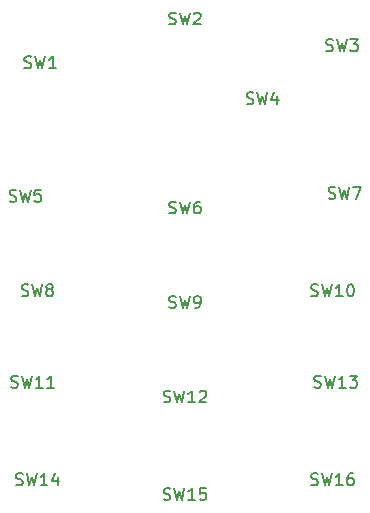
<source format=gto>
%TF.GenerationSoftware,KiCad,Pcbnew,(5.1.9)-1*%
%TF.CreationDate,2021-01-14T19:29:22+00:00*%
%TF.ProjectId,Nokia_3310_Controller,4e6f6b69-615f-4333-9331-305f436f6e74,rev?*%
%TF.SameCoordinates,Original*%
%TF.FileFunction,Legend,Top*%
%TF.FilePolarity,Positive*%
%FSLAX46Y46*%
G04 Gerber Fmt 4.6, Leading zero omitted, Abs format (unit mm)*
G04 Created by KiCad (PCBNEW (5.1.9)-1) date 2021-01-14 19:29:22*
%MOMM*%
%LPD*%
G01*
G04 APERTURE LIST*
%ADD10C,0.150000*%
G04 APERTURE END LIST*
%TO.C,SW10*%
D10*
X166190476Y-137404761D02*
X166333333Y-137452380D01*
X166571428Y-137452380D01*
X166666666Y-137404761D01*
X166714285Y-137357142D01*
X166761904Y-137261904D01*
X166761904Y-137166666D01*
X166714285Y-137071428D01*
X166666666Y-137023809D01*
X166571428Y-136976190D01*
X166380952Y-136928571D01*
X166285714Y-136880952D01*
X166238095Y-136833333D01*
X166190476Y-136738095D01*
X166190476Y-136642857D01*
X166238095Y-136547619D01*
X166285714Y-136500000D01*
X166380952Y-136452380D01*
X166619047Y-136452380D01*
X166761904Y-136500000D01*
X167095238Y-136452380D02*
X167333333Y-137452380D01*
X167523809Y-136738095D01*
X167714285Y-137452380D01*
X167952380Y-136452380D01*
X168857142Y-137452380D02*
X168285714Y-137452380D01*
X168571428Y-137452380D02*
X168571428Y-136452380D01*
X168476190Y-136595238D01*
X168380952Y-136690476D01*
X168285714Y-136738095D01*
X169476190Y-136452380D02*
X169571428Y-136452380D01*
X169666666Y-136500000D01*
X169714285Y-136547619D01*
X169761904Y-136642857D01*
X169809523Y-136833333D01*
X169809523Y-137071428D01*
X169761904Y-137261904D01*
X169714285Y-137357142D01*
X169666666Y-137404761D01*
X169571428Y-137452380D01*
X169476190Y-137452380D01*
X169380952Y-137404761D01*
X169333333Y-137357142D01*
X169285714Y-137261904D01*
X169238095Y-137071428D01*
X169238095Y-136833333D01*
X169285714Y-136642857D01*
X169333333Y-136547619D01*
X169380952Y-136500000D01*
X169476190Y-136452380D01*
%TO.C,SW1*%
X141916666Y-118104761D02*
X142059523Y-118152380D01*
X142297619Y-118152380D01*
X142392857Y-118104761D01*
X142440476Y-118057142D01*
X142488095Y-117961904D01*
X142488095Y-117866666D01*
X142440476Y-117771428D01*
X142392857Y-117723809D01*
X142297619Y-117676190D01*
X142107142Y-117628571D01*
X142011904Y-117580952D01*
X141964285Y-117533333D01*
X141916666Y-117438095D01*
X141916666Y-117342857D01*
X141964285Y-117247619D01*
X142011904Y-117200000D01*
X142107142Y-117152380D01*
X142345238Y-117152380D01*
X142488095Y-117200000D01*
X142821428Y-117152380D02*
X143059523Y-118152380D01*
X143250000Y-117438095D01*
X143440476Y-118152380D01*
X143678571Y-117152380D01*
X144583333Y-118152380D02*
X144011904Y-118152380D01*
X144297619Y-118152380D02*
X144297619Y-117152380D01*
X144202380Y-117295238D01*
X144107142Y-117390476D01*
X144011904Y-117438095D01*
%TO.C,SW2*%
X154166666Y-114404761D02*
X154309523Y-114452380D01*
X154547619Y-114452380D01*
X154642857Y-114404761D01*
X154690476Y-114357142D01*
X154738095Y-114261904D01*
X154738095Y-114166666D01*
X154690476Y-114071428D01*
X154642857Y-114023809D01*
X154547619Y-113976190D01*
X154357142Y-113928571D01*
X154261904Y-113880952D01*
X154214285Y-113833333D01*
X154166666Y-113738095D01*
X154166666Y-113642857D01*
X154214285Y-113547619D01*
X154261904Y-113500000D01*
X154357142Y-113452380D01*
X154595238Y-113452380D01*
X154738095Y-113500000D01*
X155071428Y-113452380D02*
X155309523Y-114452380D01*
X155500000Y-113738095D01*
X155690476Y-114452380D01*
X155928571Y-113452380D01*
X156261904Y-113547619D02*
X156309523Y-113500000D01*
X156404761Y-113452380D01*
X156642857Y-113452380D01*
X156738095Y-113500000D01*
X156785714Y-113547619D01*
X156833333Y-113642857D01*
X156833333Y-113738095D01*
X156785714Y-113880952D01*
X156214285Y-114452380D01*
X156833333Y-114452380D01*
%TO.C,SW3*%
X167466666Y-116654761D02*
X167609523Y-116702380D01*
X167847619Y-116702380D01*
X167942857Y-116654761D01*
X167990476Y-116607142D01*
X168038095Y-116511904D01*
X168038095Y-116416666D01*
X167990476Y-116321428D01*
X167942857Y-116273809D01*
X167847619Y-116226190D01*
X167657142Y-116178571D01*
X167561904Y-116130952D01*
X167514285Y-116083333D01*
X167466666Y-115988095D01*
X167466666Y-115892857D01*
X167514285Y-115797619D01*
X167561904Y-115750000D01*
X167657142Y-115702380D01*
X167895238Y-115702380D01*
X168038095Y-115750000D01*
X168371428Y-115702380D02*
X168609523Y-116702380D01*
X168800000Y-115988095D01*
X168990476Y-116702380D01*
X169228571Y-115702380D01*
X169514285Y-115702380D02*
X170133333Y-115702380D01*
X169800000Y-116083333D01*
X169942857Y-116083333D01*
X170038095Y-116130952D01*
X170085714Y-116178571D01*
X170133333Y-116273809D01*
X170133333Y-116511904D01*
X170085714Y-116607142D01*
X170038095Y-116654761D01*
X169942857Y-116702380D01*
X169657142Y-116702380D01*
X169561904Y-116654761D01*
X169514285Y-116607142D01*
%TO.C,SW4*%
X160716666Y-121154761D02*
X160859523Y-121202380D01*
X161097619Y-121202380D01*
X161192857Y-121154761D01*
X161240476Y-121107142D01*
X161288095Y-121011904D01*
X161288095Y-120916666D01*
X161240476Y-120821428D01*
X161192857Y-120773809D01*
X161097619Y-120726190D01*
X160907142Y-120678571D01*
X160811904Y-120630952D01*
X160764285Y-120583333D01*
X160716666Y-120488095D01*
X160716666Y-120392857D01*
X160764285Y-120297619D01*
X160811904Y-120250000D01*
X160907142Y-120202380D01*
X161145238Y-120202380D01*
X161288095Y-120250000D01*
X161621428Y-120202380D02*
X161859523Y-121202380D01*
X162050000Y-120488095D01*
X162240476Y-121202380D01*
X162478571Y-120202380D01*
X163288095Y-120535714D02*
X163288095Y-121202380D01*
X163050000Y-120154761D02*
X162811904Y-120869047D01*
X163430952Y-120869047D01*
%TO.C,SW5*%
X140666666Y-129404761D02*
X140809523Y-129452380D01*
X141047619Y-129452380D01*
X141142857Y-129404761D01*
X141190476Y-129357142D01*
X141238095Y-129261904D01*
X141238095Y-129166666D01*
X141190476Y-129071428D01*
X141142857Y-129023809D01*
X141047619Y-128976190D01*
X140857142Y-128928571D01*
X140761904Y-128880952D01*
X140714285Y-128833333D01*
X140666666Y-128738095D01*
X140666666Y-128642857D01*
X140714285Y-128547619D01*
X140761904Y-128500000D01*
X140857142Y-128452380D01*
X141095238Y-128452380D01*
X141238095Y-128500000D01*
X141571428Y-128452380D02*
X141809523Y-129452380D01*
X142000000Y-128738095D01*
X142190476Y-129452380D01*
X142428571Y-128452380D01*
X143285714Y-128452380D02*
X142809523Y-128452380D01*
X142761904Y-128928571D01*
X142809523Y-128880952D01*
X142904761Y-128833333D01*
X143142857Y-128833333D01*
X143238095Y-128880952D01*
X143285714Y-128928571D01*
X143333333Y-129023809D01*
X143333333Y-129261904D01*
X143285714Y-129357142D01*
X143238095Y-129404761D01*
X143142857Y-129452380D01*
X142904761Y-129452380D01*
X142809523Y-129404761D01*
X142761904Y-129357142D01*
%TO.C,SW6*%
X154166666Y-130404761D02*
X154309523Y-130452380D01*
X154547619Y-130452380D01*
X154642857Y-130404761D01*
X154690476Y-130357142D01*
X154738095Y-130261904D01*
X154738095Y-130166666D01*
X154690476Y-130071428D01*
X154642857Y-130023809D01*
X154547619Y-129976190D01*
X154357142Y-129928571D01*
X154261904Y-129880952D01*
X154214285Y-129833333D01*
X154166666Y-129738095D01*
X154166666Y-129642857D01*
X154214285Y-129547619D01*
X154261904Y-129500000D01*
X154357142Y-129452380D01*
X154595238Y-129452380D01*
X154738095Y-129500000D01*
X155071428Y-129452380D02*
X155309523Y-130452380D01*
X155500000Y-129738095D01*
X155690476Y-130452380D01*
X155928571Y-129452380D01*
X156738095Y-129452380D02*
X156547619Y-129452380D01*
X156452380Y-129500000D01*
X156404761Y-129547619D01*
X156309523Y-129690476D01*
X156261904Y-129880952D01*
X156261904Y-130261904D01*
X156309523Y-130357142D01*
X156357142Y-130404761D01*
X156452380Y-130452380D01*
X156642857Y-130452380D01*
X156738095Y-130404761D01*
X156785714Y-130357142D01*
X156833333Y-130261904D01*
X156833333Y-130023809D01*
X156785714Y-129928571D01*
X156738095Y-129880952D01*
X156642857Y-129833333D01*
X156452380Y-129833333D01*
X156357142Y-129880952D01*
X156309523Y-129928571D01*
X156261904Y-130023809D01*
%TO.C,SW7*%
X167666666Y-129154761D02*
X167809523Y-129202380D01*
X168047619Y-129202380D01*
X168142857Y-129154761D01*
X168190476Y-129107142D01*
X168238095Y-129011904D01*
X168238095Y-128916666D01*
X168190476Y-128821428D01*
X168142857Y-128773809D01*
X168047619Y-128726190D01*
X167857142Y-128678571D01*
X167761904Y-128630952D01*
X167714285Y-128583333D01*
X167666666Y-128488095D01*
X167666666Y-128392857D01*
X167714285Y-128297619D01*
X167761904Y-128250000D01*
X167857142Y-128202380D01*
X168095238Y-128202380D01*
X168238095Y-128250000D01*
X168571428Y-128202380D02*
X168809523Y-129202380D01*
X169000000Y-128488095D01*
X169190476Y-129202380D01*
X169428571Y-128202380D01*
X169714285Y-128202380D02*
X170380952Y-128202380D01*
X169952380Y-129202380D01*
%TO.C,SW8*%
X141666666Y-137404761D02*
X141809523Y-137452380D01*
X142047619Y-137452380D01*
X142142857Y-137404761D01*
X142190476Y-137357142D01*
X142238095Y-137261904D01*
X142238095Y-137166666D01*
X142190476Y-137071428D01*
X142142857Y-137023809D01*
X142047619Y-136976190D01*
X141857142Y-136928571D01*
X141761904Y-136880952D01*
X141714285Y-136833333D01*
X141666666Y-136738095D01*
X141666666Y-136642857D01*
X141714285Y-136547619D01*
X141761904Y-136500000D01*
X141857142Y-136452380D01*
X142095238Y-136452380D01*
X142238095Y-136500000D01*
X142571428Y-136452380D02*
X142809523Y-137452380D01*
X143000000Y-136738095D01*
X143190476Y-137452380D01*
X143428571Y-136452380D01*
X143952380Y-136880952D02*
X143857142Y-136833333D01*
X143809523Y-136785714D01*
X143761904Y-136690476D01*
X143761904Y-136642857D01*
X143809523Y-136547619D01*
X143857142Y-136500000D01*
X143952380Y-136452380D01*
X144142857Y-136452380D01*
X144238095Y-136500000D01*
X144285714Y-136547619D01*
X144333333Y-136642857D01*
X144333333Y-136690476D01*
X144285714Y-136785714D01*
X144238095Y-136833333D01*
X144142857Y-136880952D01*
X143952380Y-136880952D01*
X143857142Y-136928571D01*
X143809523Y-136976190D01*
X143761904Y-137071428D01*
X143761904Y-137261904D01*
X143809523Y-137357142D01*
X143857142Y-137404761D01*
X143952380Y-137452380D01*
X144142857Y-137452380D01*
X144238095Y-137404761D01*
X144285714Y-137357142D01*
X144333333Y-137261904D01*
X144333333Y-137071428D01*
X144285714Y-136976190D01*
X144238095Y-136928571D01*
X144142857Y-136880952D01*
%TO.C,SW9*%
X154166666Y-138404761D02*
X154309523Y-138452380D01*
X154547619Y-138452380D01*
X154642857Y-138404761D01*
X154690476Y-138357142D01*
X154738095Y-138261904D01*
X154738095Y-138166666D01*
X154690476Y-138071428D01*
X154642857Y-138023809D01*
X154547619Y-137976190D01*
X154357142Y-137928571D01*
X154261904Y-137880952D01*
X154214285Y-137833333D01*
X154166666Y-137738095D01*
X154166666Y-137642857D01*
X154214285Y-137547619D01*
X154261904Y-137500000D01*
X154357142Y-137452380D01*
X154595238Y-137452380D01*
X154738095Y-137500000D01*
X155071428Y-137452380D02*
X155309523Y-138452380D01*
X155500000Y-137738095D01*
X155690476Y-138452380D01*
X155928571Y-137452380D01*
X156357142Y-138452380D02*
X156547619Y-138452380D01*
X156642857Y-138404761D01*
X156690476Y-138357142D01*
X156785714Y-138214285D01*
X156833333Y-138023809D01*
X156833333Y-137642857D01*
X156785714Y-137547619D01*
X156738095Y-137500000D01*
X156642857Y-137452380D01*
X156452380Y-137452380D01*
X156357142Y-137500000D01*
X156309523Y-137547619D01*
X156261904Y-137642857D01*
X156261904Y-137880952D01*
X156309523Y-137976190D01*
X156357142Y-138023809D01*
X156452380Y-138071428D01*
X156642857Y-138071428D01*
X156738095Y-138023809D01*
X156785714Y-137976190D01*
X156833333Y-137880952D01*
%TO.C,SW11*%
X140790476Y-145154761D02*
X140933333Y-145202380D01*
X141171428Y-145202380D01*
X141266666Y-145154761D01*
X141314285Y-145107142D01*
X141361904Y-145011904D01*
X141361904Y-144916666D01*
X141314285Y-144821428D01*
X141266666Y-144773809D01*
X141171428Y-144726190D01*
X140980952Y-144678571D01*
X140885714Y-144630952D01*
X140838095Y-144583333D01*
X140790476Y-144488095D01*
X140790476Y-144392857D01*
X140838095Y-144297619D01*
X140885714Y-144250000D01*
X140980952Y-144202380D01*
X141219047Y-144202380D01*
X141361904Y-144250000D01*
X141695238Y-144202380D02*
X141933333Y-145202380D01*
X142123809Y-144488095D01*
X142314285Y-145202380D01*
X142552380Y-144202380D01*
X143457142Y-145202380D02*
X142885714Y-145202380D01*
X143171428Y-145202380D02*
X143171428Y-144202380D01*
X143076190Y-144345238D01*
X142980952Y-144440476D01*
X142885714Y-144488095D01*
X144409523Y-145202380D02*
X143838095Y-145202380D01*
X144123809Y-145202380D02*
X144123809Y-144202380D01*
X144028571Y-144345238D01*
X143933333Y-144440476D01*
X143838095Y-144488095D01*
%TO.C,SW12*%
X153690476Y-146404761D02*
X153833333Y-146452380D01*
X154071428Y-146452380D01*
X154166666Y-146404761D01*
X154214285Y-146357142D01*
X154261904Y-146261904D01*
X154261904Y-146166666D01*
X154214285Y-146071428D01*
X154166666Y-146023809D01*
X154071428Y-145976190D01*
X153880952Y-145928571D01*
X153785714Y-145880952D01*
X153738095Y-145833333D01*
X153690476Y-145738095D01*
X153690476Y-145642857D01*
X153738095Y-145547619D01*
X153785714Y-145500000D01*
X153880952Y-145452380D01*
X154119047Y-145452380D01*
X154261904Y-145500000D01*
X154595238Y-145452380D02*
X154833333Y-146452380D01*
X155023809Y-145738095D01*
X155214285Y-146452380D01*
X155452380Y-145452380D01*
X156357142Y-146452380D02*
X155785714Y-146452380D01*
X156071428Y-146452380D02*
X156071428Y-145452380D01*
X155976190Y-145595238D01*
X155880952Y-145690476D01*
X155785714Y-145738095D01*
X156738095Y-145547619D02*
X156785714Y-145500000D01*
X156880952Y-145452380D01*
X157119047Y-145452380D01*
X157214285Y-145500000D01*
X157261904Y-145547619D01*
X157309523Y-145642857D01*
X157309523Y-145738095D01*
X157261904Y-145880952D01*
X156690476Y-146452380D01*
X157309523Y-146452380D01*
%TO.C,SW13*%
X166440476Y-145154761D02*
X166583333Y-145202380D01*
X166821428Y-145202380D01*
X166916666Y-145154761D01*
X166964285Y-145107142D01*
X167011904Y-145011904D01*
X167011904Y-144916666D01*
X166964285Y-144821428D01*
X166916666Y-144773809D01*
X166821428Y-144726190D01*
X166630952Y-144678571D01*
X166535714Y-144630952D01*
X166488095Y-144583333D01*
X166440476Y-144488095D01*
X166440476Y-144392857D01*
X166488095Y-144297619D01*
X166535714Y-144250000D01*
X166630952Y-144202380D01*
X166869047Y-144202380D01*
X167011904Y-144250000D01*
X167345238Y-144202380D02*
X167583333Y-145202380D01*
X167773809Y-144488095D01*
X167964285Y-145202380D01*
X168202380Y-144202380D01*
X169107142Y-145202380D02*
X168535714Y-145202380D01*
X168821428Y-145202380D02*
X168821428Y-144202380D01*
X168726190Y-144345238D01*
X168630952Y-144440476D01*
X168535714Y-144488095D01*
X169440476Y-144202380D02*
X170059523Y-144202380D01*
X169726190Y-144583333D01*
X169869047Y-144583333D01*
X169964285Y-144630952D01*
X170011904Y-144678571D01*
X170059523Y-144773809D01*
X170059523Y-145011904D01*
X170011904Y-145107142D01*
X169964285Y-145154761D01*
X169869047Y-145202380D01*
X169583333Y-145202380D01*
X169488095Y-145154761D01*
X169440476Y-145107142D01*
%TO.C,SW14*%
X141190476Y-153404761D02*
X141333333Y-153452380D01*
X141571428Y-153452380D01*
X141666666Y-153404761D01*
X141714285Y-153357142D01*
X141761904Y-153261904D01*
X141761904Y-153166666D01*
X141714285Y-153071428D01*
X141666666Y-153023809D01*
X141571428Y-152976190D01*
X141380952Y-152928571D01*
X141285714Y-152880952D01*
X141238095Y-152833333D01*
X141190476Y-152738095D01*
X141190476Y-152642857D01*
X141238095Y-152547619D01*
X141285714Y-152500000D01*
X141380952Y-152452380D01*
X141619047Y-152452380D01*
X141761904Y-152500000D01*
X142095238Y-152452380D02*
X142333333Y-153452380D01*
X142523809Y-152738095D01*
X142714285Y-153452380D01*
X142952380Y-152452380D01*
X143857142Y-153452380D02*
X143285714Y-153452380D01*
X143571428Y-153452380D02*
X143571428Y-152452380D01*
X143476190Y-152595238D01*
X143380952Y-152690476D01*
X143285714Y-152738095D01*
X144714285Y-152785714D02*
X144714285Y-153452380D01*
X144476190Y-152404761D02*
X144238095Y-153119047D01*
X144857142Y-153119047D01*
%TO.C,SW15*%
X153690476Y-154654761D02*
X153833333Y-154702380D01*
X154071428Y-154702380D01*
X154166666Y-154654761D01*
X154214285Y-154607142D01*
X154261904Y-154511904D01*
X154261904Y-154416666D01*
X154214285Y-154321428D01*
X154166666Y-154273809D01*
X154071428Y-154226190D01*
X153880952Y-154178571D01*
X153785714Y-154130952D01*
X153738095Y-154083333D01*
X153690476Y-153988095D01*
X153690476Y-153892857D01*
X153738095Y-153797619D01*
X153785714Y-153750000D01*
X153880952Y-153702380D01*
X154119047Y-153702380D01*
X154261904Y-153750000D01*
X154595238Y-153702380D02*
X154833333Y-154702380D01*
X155023809Y-153988095D01*
X155214285Y-154702380D01*
X155452380Y-153702380D01*
X156357142Y-154702380D02*
X155785714Y-154702380D01*
X156071428Y-154702380D02*
X156071428Y-153702380D01*
X155976190Y-153845238D01*
X155880952Y-153940476D01*
X155785714Y-153988095D01*
X157261904Y-153702380D02*
X156785714Y-153702380D01*
X156738095Y-154178571D01*
X156785714Y-154130952D01*
X156880952Y-154083333D01*
X157119047Y-154083333D01*
X157214285Y-154130952D01*
X157261904Y-154178571D01*
X157309523Y-154273809D01*
X157309523Y-154511904D01*
X157261904Y-154607142D01*
X157214285Y-154654761D01*
X157119047Y-154702380D01*
X156880952Y-154702380D01*
X156785714Y-154654761D01*
X156738095Y-154607142D01*
%TO.C,SW16*%
X166190476Y-153404761D02*
X166333333Y-153452380D01*
X166571428Y-153452380D01*
X166666666Y-153404761D01*
X166714285Y-153357142D01*
X166761904Y-153261904D01*
X166761904Y-153166666D01*
X166714285Y-153071428D01*
X166666666Y-153023809D01*
X166571428Y-152976190D01*
X166380952Y-152928571D01*
X166285714Y-152880952D01*
X166238095Y-152833333D01*
X166190476Y-152738095D01*
X166190476Y-152642857D01*
X166238095Y-152547619D01*
X166285714Y-152500000D01*
X166380952Y-152452380D01*
X166619047Y-152452380D01*
X166761904Y-152500000D01*
X167095238Y-152452380D02*
X167333333Y-153452380D01*
X167523809Y-152738095D01*
X167714285Y-153452380D01*
X167952380Y-152452380D01*
X168857142Y-153452380D02*
X168285714Y-153452380D01*
X168571428Y-153452380D02*
X168571428Y-152452380D01*
X168476190Y-152595238D01*
X168380952Y-152690476D01*
X168285714Y-152738095D01*
X169714285Y-152452380D02*
X169523809Y-152452380D01*
X169428571Y-152500000D01*
X169380952Y-152547619D01*
X169285714Y-152690476D01*
X169238095Y-152880952D01*
X169238095Y-153261904D01*
X169285714Y-153357142D01*
X169333333Y-153404761D01*
X169428571Y-153452380D01*
X169619047Y-153452380D01*
X169714285Y-153404761D01*
X169761904Y-153357142D01*
X169809523Y-153261904D01*
X169809523Y-153023809D01*
X169761904Y-152928571D01*
X169714285Y-152880952D01*
X169619047Y-152833333D01*
X169428571Y-152833333D01*
X169333333Y-152880952D01*
X169285714Y-152928571D01*
X169238095Y-153023809D01*
%TD*%
M02*

</source>
